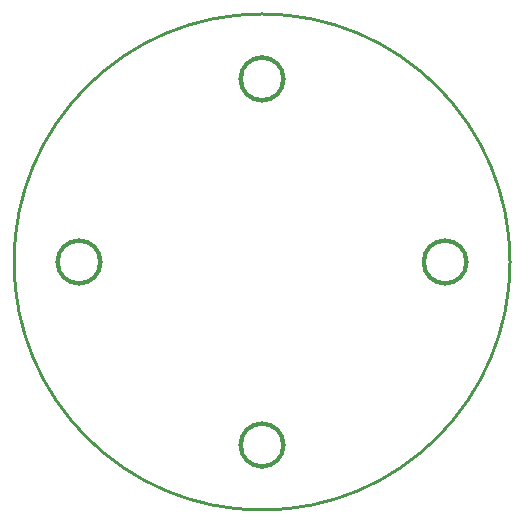
<source format=gko>
G04 Layer: BoardOutlineLayer*
G04 EasyEDA v6.5.34, 2023-10-17 08:56:34*
G04 9b9491d4cbba47eb895c739f745705de,f7ef88abfe76465a867f88fcbadf87ca,10*
G04 Gerber Generator version 0.2*
G04 Scale: 100 percent, Rotated: No, Reflected: No *
G04 Dimensions in millimeters *
G04 leading zeros omitted , absolute positions ,4 integer and 5 decimal *
%FSLAX45Y45*%
%MOMM*%

%ADD10C,0.2540*%
D10*
G75*
G01
X3825011Y2099996D02*
G03X3825011Y2099996I-175006J0D01*
G75*
G01
X2275002Y3649980D02*
G03X2275002Y3649980I-175006J0D01*
G75*
G01
X725018Y2099996D02*
G03X725018Y2099996I-175006J0D01*
G75*
G01
X2275002Y549986D02*
G03X2275002Y549986I-175006J0D01*
G75*
G01
X4199992Y2099996D02*
G03X4199992Y2099996I-2099996J0D01*
G75*
G01*
X1912296Y549999D02*
G02*
X2287695Y549999I187700J690D01*
G75*
G01*
X2287695Y549999D02*
G02*
X1912296Y549999I-187699J-691D01*
X1912296Y549998D02*
G01*
X1912296Y549998D01*
G75*
G01*
X362299Y2099996D02*
G02*
X737700Y2099996I187701J488D01*
G75*
G01*
X737700Y2099996D02*
G02*
X362299Y2099996I-187700J-488D01*
X362299Y2099995D02*
G01*
X362299Y2099995D01*
G75*
G01*
X3462293Y2099996D02*
G02*
X3837692Y2099996I187700J690D01*
G75*
G01*
X3837692Y2099996D02*
G02*
X3462293Y2099996I-187699J-691D01*
X3462293Y2099995D02*
G01*
X3462293Y2099995D01*
G75*
G01*
X1912296Y3649993D02*
G02*
X2287695Y3649993I187700J690D01*
G75*
G01*
X2287695Y3649993D02*
G02*
X1912296Y3649993I-187699J-691D01*
X1912296Y3649992D02*
G01*
X1912296Y3649992D01*

%LPD*%
M02*

</source>
